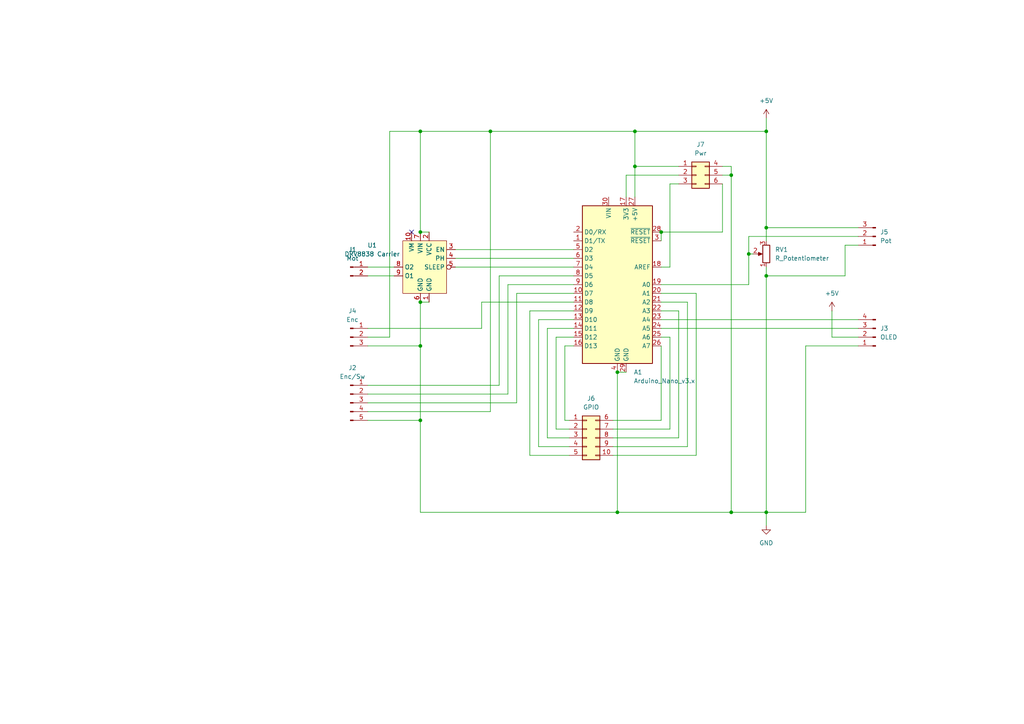
<source format=kicad_sch>
(kicad_sch (version 20231120) (generator "eeschema") (generator_version "8.0")
  (paper "A4")
  (lib_symbols
    (symbol "Connector:Conn_01x02_Pin" (pin_names (offset 1.016) hide)
      (property "Reference" "J" (at 0 2.54 0))
      (property "Value" "Conn_01x02_Pin" (at 0 -5.08 0))
      (symbol "Conn_01x02_Pin_1_1"
        (polyline (pts (xy 1.27 -2.54) (xy 0.8636 -2.54)) (stroke (width 0.1524)))
        (polyline (pts (xy 1.27 0) (xy 0.8636 0)) (stroke (width 0.1524)))
        (rectangle (start 0.8636 -2.413) (end 0 -2.667) (stroke (width 0.1524)) (fill (type outline)))
        (rectangle (start 0.8636 0.127) (end 0 -0.127) (stroke (width 0.1524)) (fill (type outline)))
        (pin passive line (at 5.08 0 180) (length 3.81) (name "Pin_1") (number "1"))
        (pin passive line (at 5.08 -2.54 180) (length 3.81) (name "Pin_2") (number "2"))
      )
    )
    (symbol "Connector:Conn_01x03_Pin" (pin_names (offset 1.016) hide)
      (property "Reference" "J" (at 0 5.08 0))
      (property "Value" "Conn_01x03_Pin" (at 0 -5.08 0))
      (symbol "Conn_01x03_Pin_1_1"
        (polyline (pts (xy 1.27 -2.54) (xy 0.8636 -2.54)) (stroke (width 0.1524)))
        (polyline (pts (xy 1.27 0) (xy 0.8636 0)) (stroke (width 0.1524)))
        (polyline (pts (xy 1.27 2.54) (xy 0.8636 2.54)) (stroke (width 0.1524)))
        (rectangle (start 0.8636 -2.413) (end 0 -2.667) (stroke (width 0.1524)) (fill (type outline)))
        (rectangle (start 0.8636 0.127) (end 0 -0.127) (stroke (width 0.1524)) (fill (type outline)))
        (rectangle (start 0.8636 2.667) (end 0 2.413) (stroke (width 0.1524)) (fill (type outline)))
        (pin passive line (at 5.08 2.54 180) (length 3.81) (name "Pin_1") (number "1"))
        (pin passive line (at 5.08 0 180) (length 3.81) (name "Pin_2") (number "2"))
        (pin passive line (at 5.08 -2.54 180) (length 3.81) (name "Pin_3") (number "3"))
      )
    )
    (symbol "Connector:Conn_01x04_Pin" (pin_names (offset 1.016) hide)
      (property "Reference" "J" (at 0 5.08 0))
      (property "Value" "Conn_01x04_Pin" (at 0 -7.62 0))
      (symbol "Conn_01x04_Pin_1_1"
        (polyline (pts (xy 1.27 -5.08) (xy 0.8636 -5.08)) (stroke (width 0.1524)))
        (polyline (pts (xy 1.27 -2.54) (xy 0.8636 -2.54)) (stroke (width 0.1524)))
        (polyline (pts (xy 1.27 0) (xy 0.8636 0)) (stroke (width 0.1524)))
        (polyline (pts (xy 1.27 2.54) (xy 0.8636 2.54)) (stroke (width 0.1524)))
        (rectangle (start 0.8636 -4.953) (end 0 -5.207) (stroke (width 0.1524)) (fill (type outline)))
        (rectangle (start 0.8636 -2.413) (end 0 -2.667) (stroke (width 0.1524)) (fill (type outline)))
        (rectangle (start 0.8636 0.127) (end 0 -0.127) (stroke (width 0.1524)) (fill (type outline)))
        (rectangle (start 0.8636 2.667) (end 0 2.413) (stroke (width 0.1524)) (fill (type outline)))
        (pin passive line (at 5.08 2.54 180) (length 3.81) (name "Pin_1") (number "1"))
        (pin passive line (at 5.08 0 180) (length 3.81) (name "Pin_2") (number "2"))
        (pin passive line (at 5.08 -2.54 180) (length 3.81) (name "Pin_3") (number "3"))
        (pin passive line (at 5.08 -5.08 180) (length 3.81) (name "Pin_4") (number "4"))
      )
    )
    (symbol "Connector:Conn_01x05_Pin" (pin_names (offset 1.016) hide)
      (property "Reference" "J" (at 0 7.62 0))
      (property "Value" "Conn_01x05_Pin" (at 0 -7.62 0))
      (symbol "Conn_01x05_Pin_1_1"
        (polyline (pts (xy 1.27 -5.08) (xy 0.8636 -5.08)) (stroke (width 0.1524)))
        (polyline (pts (xy 1.27 -2.54) (xy 0.8636 -2.54)) (stroke (width 0.1524)))
        (polyline (pts (xy 1.27 0) (xy 0.8636 0)) (stroke (width 0.1524)))
        (polyline (pts (xy 1.27 2.54) (xy 0.8636 2.54)) (stroke (width 0.1524)))
        (polyline (pts (xy 1.27 5.08) (xy 0.8636 5.08)) (stroke (width 0.1524)))
        (rectangle (start 0.8636 -4.953) (end 0 -5.207) (stroke (width 0.1524)) (fill (type outline)))
        (rectangle (start 0.8636 -2.413) (end 0 -2.667) (stroke (width 0.1524)) (fill (type outline)))
        (rectangle (start 0.8636 0.127) (end 0 -0.127) (stroke (width 0.1524)) (fill (type outline)))
        (rectangle (start 0.8636 2.667) (end 0 2.413) (stroke (width 0.1524)) (fill (type outline)))
        (rectangle (start 0.8636 5.207) (end 0 4.953) (stroke (width 0.1524)) (fill (type outline)))
        (pin passive line (at 5.08 5.08 180) (length 3.81) (name "Pin_1") (number "1"))
        (pin passive line (at 5.08 2.54 180) (length 3.81) (name "Pin_2") (number "2"))
        (pin passive line (at 5.08 0 180) (length 3.81) (name "Pin_3") (number "3"))
        (pin passive line (at 5.08 -2.54 180) (length 3.81) (name "Pin_4") (number "4"))
        (pin passive line (at 5.08 -5.08 180) (length 3.81) (name "Pin_5") (number "5"))
      )
    )
    (symbol "Connector_Generic:Conn_02x03_Top_Bottom" (pin_names (offset 1.016) hide)
      (property "Reference" "J" (at 1.27 5.08 0))
      (property "Value" "Conn_02x03_Top_Bottom" (at 1.27 -5.08 0))
      (symbol "Conn_02x03_Top_Bottom_1_1"
        (rectangle (start -1.27 -2.413) (end 0 -2.667) (stroke (width 0.1524)))
        (rectangle (start -1.27 0.127) (end 0 -0.127) (stroke (width 0.1524)))
        (rectangle (start -1.27 2.667) (end 0 2.413) (stroke (width 0.1524)))
        (rectangle (start -1.27 3.81) (end 3.81 -3.81) (stroke (width 0.254)) (fill (type background)))
        (rectangle (start 3.81 -2.413) (end 2.54 -2.667) (stroke (width 0.1524)))
        (rectangle (start 3.81 0.127) (end 2.54 -0.127) (stroke (width 0.1524)))
        (rectangle (start 3.81 2.667) (end 2.54 2.413) (stroke (width 0.1524)))
        (pin passive line (at -5.08 2.54 0) (length 3.81) (name "Pin_1") (number "1"))
        (pin passive line (at -5.08 0 0) (length 3.81) (name "Pin_2") (number "2"))
        (pin passive line (at -5.08 -2.54 0) (length 3.81) (name "Pin_3") (number "3"))
        (pin passive line (at 7.62 2.54 180) (length 3.81) (name "Pin_4") (number "4"))
        (pin passive line (at 7.62 0 180) (length 3.81) (name "Pin_5") (number "5"))
        (pin passive line (at 7.62 -2.54 180) (length 3.81) (name "Pin_6") (number "6"))
      )
    )
    (symbol "Connector_Generic:Conn_02x05_Top_Bottom" (pin_names (offset 1.016) hide)
      (property "Reference" "J" (at 1.27 7.62 0))
      (property "Value" "Conn_02x05_Top_Bottom" (at 1.27 -7.62 0))
      (symbol "Conn_02x05_Top_Bottom_1_1"
        (rectangle (start -1.27 -4.953) (end 0 -5.207) (stroke (width 0.1524)))
        (rectangle (start -1.27 -2.413) (end 0 -2.667) (stroke (width 0.1524)))
        (rectangle (start -1.27 0.127) (end 0 -0.127) (stroke (width 0.1524)))
        (rectangle (start -1.27 2.667) (end 0 2.413) (stroke (width 0.1524)))
        (rectangle (start -1.27 5.207) (end 0 4.953) (stroke (width 0.1524)))
        (rectangle (start -1.27 6.35) (end 3.81 -6.35) (stroke (width 0.254)) (fill (type background)))
        (rectangle (start 3.81 -4.953) (end 2.54 -5.207) (stroke (width 0.1524)))
        (rectangle (start 3.81 -2.413) (end 2.54 -2.667) (stroke (width 0.1524)))
        (rectangle (start 3.81 0.127) (end 2.54 -0.127) (stroke (width 0.1524)))
        (rectangle (start 3.81 2.667) (end 2.54 2.413) (stroke (width 0.1524)))
        (rectangle (start 3.81 5.207) (end 2.54 4.953) (stroke (width 0.1524)))
        (pin passive line (at -5.08 5.08 0) (length 3.81) (name "Pin_1") (number "1"))
        (pin passive line (at 7.62 -5.08 180) (length 3.81) (name "Pin_10") (number "10"))
        (pin passive line (at -5.08 2.54 0) (length 3.81) (name "Pin_2") (number "2"))
        (pin passive line (at -5.08 0 0) (length 3.81) (name "Pin_3") (number "3"))
        (pin passive line (at -5.08 -2.54 0) (length 3.81) (name "Pin_4") (number "4"))
        (pin passive line (at -5.08 -5.08 0) (length 3.81) (name "Pin_5") (number "5"))
        (pin passive line (at 7.62 5.08 180) (length 3.81) (name "Pin_6") (number "6"))
        (pin passive line (at 7.62 2.54 180) (length 3.81) (name "Pin_7") (number "7"))
        (pin passive line (at 7.62 0 180) (length 3.81) (name "Pin_8") (number "8"))
        (pin passive line (at 7.62 -2.54 180) (length 3.81) (name "Pin_9") (number "9"))
      )
    )
    (symbol "Device:R_Potentiometer" (pin_names (offset 1.016) hide)
      (property "Reference" "RV" (at -4.445 0 90))
      (property "Value" "R_Potentiometer" (at -2.54 0 90))
      (symbol "R_Potentiometer_0_1"
        (polyline (pts (xy 2.54 0) (xy 1.524 0)))
        (polyline (pts (xy 1.143 0) (xy 2.286 0.508) (xy 2.286 -0.508) (xy 1.143 0)) (fill (type outline)))
        (rectangle (start 1.016 2.54) (end -1.016 -2.54) (stroke (width 0.254)))
      )
      (symbol "R_Potentiometer_1_1"
        (pin passive line (at 0 3.81 270) (length 1.27) (name "1") (number "1"))
        (pin passive line (at 3.81 0 180) (length 1.27) (name "2") (number "2"))
        (pin passive line (at 0 -3.81 90) (length 1.27) (name "3") (number "3"))
      )
    )
    (symbol "MCU_Module:Arduino_Nano_v3.x"
      (property "Reference" "A" (at -10.16 23.495 0))
      (property "Value" "Arduino_Nano_v3.x" (at 5.08 -24.13 0))
      (symbol "Arduino_Nano_v3.x_0_1"
        (rectangle (start -10.16 22.86) (end 10.16 -22.86) (stroke (width 0.254)) (fill (type background)))
      )
      (symbol "Arduino_Nano_v3.x_1_1"
        (pin bidirectional line (at -12.7 12.7 0) (length 2.54) (name "D1/TX") (number "1"))
        (pin bidirectional line (at -12.7 -2.54 0) (length 2.54) (name "D7") (number "10"))
        (pin bidirectional line (at -12.7 -5.08 0) (length 2.54) (name "D8") (number "11"))
        (pin bidirectional line (at -12.7 -7.62 0) (length 2.54) (name "D9") (number "12"))
        (pin bidirectional line (at -12.7 -10.16 0) (length 2.54) (name "D10") (number "13"))
        (pin bidirectional line (at -12.7 -12.7 0) (length 2.54) (name "D11") (number "14"))
        (pin bidirectional line (at -12.7 -15.24 0) (length 2.54) (name "D12") (number "15"))
        (pin bidirectional line (at -12.7 -17.78 0) (length 2.54) (name "D13") (number "16"))
        (pin power_out line (at 2.54 25.4 270) (length 2.54) (name "3V3") (number "17"))
        (pin input line (at 12.7 5.08 180) (length 2.54) (name "AREF") (number "18"))
        (pin bidirectional line (at 12.7 0 180) (length 2.54) (name "A0") (number "19"))
        (pin bidirectional line (at -12.7 15.24 0) (length 2.54) (name "D0/RX") (number "2"))
        (pin bidirectional line (at 12.7 -2.54 180) (length 2.54) (name "A1") (number "20"))
        (pin bidirectional line (at 12.7 -5.08 180) (length 2.54) (name "A2") (number "21"))
        (pin bidirectional line (at 12.7 -7.62 180) (length 2.54) (name "A3") (number "22"))
        (pin bidirectional line (at 12.7 -10.16 180) (length 2.54) (name "A4") (number "23"))
        (pin bidirectional line (at 12.7 -12.7 180) (length 2.54) (name "A5") (number "24"))
        (pin bidirectional line (at 12.7 -15.24 180) (length 2.54) (name "A6") (number "25"))
        (pin bidirectional line (at 12.7 -17.78 180) (length 2.54) (name "A7") (number "26"))
        (pin power_out line (at 5.08 25.4 270) (length 2.54) (name "+5V") (number "27"))
        (pin input line (at 12.7 15.24 180) (length 2.54) (name "~{RESET}") (number "28"))
        (pin power_in line (at 2.54 -25.4 90) (length 2.54) (name "GND") (number "29"))
        (pin input line (at 12.7 12.7 180) (length 2.54) (name "~{RESET}") (number "3"))
        (pin power_in line (at -2.54 25.4 270) (length 2.54) (name "VIN") (number "30"))
        (pin power_in line (at 0 -25.4 90) (length 2.54) (name "GND") (number "4"))
        (pin bidirectional line (at -12.7 10.16 0) (length 2.54) (name "D2") (number "5"))
        (pin bidirectional line (at -12.7 7.62 0) (length 2.54) (name "D3") (number "6"))
        (pin bidirectional line (at -12.7 5.08 0) (length 2.54) (name "D4") (number "7"))
        (pin bidirectional line (at -12.7 2.54 0) (length 2.54) (name "D5") (number "8"))
        (pin bidirectional line (at -12.7 0 0) (length 2.54) (name "D6") (number "9"))
      )
    )
    (symbol "Motor_driver:DRV8838_Carrier"
      (property "Reference" "U" (at 0.762 16.51 0))
      (property "Value" "DRV8838 Carrier" (at 16.51 -1.27 0))
      (symbol "DRV8838_Carrier_1_1"
        (rectangle (start 0 15.24) (end 12.7 0) (fill (type background)))
        (pin power_in line (at 5.08 -2.54 90) (length 2.54) (name "GND") (number "1"))
        (pin power_in line (at 10.16 17.78 270) (length 2.54) (name "VM") (number "10"))
        (pin power_in line (at 5.08 17.78 270) (length 2.54) (name "VCC") (number "2"))
        (pin input line (at -2.54 12.7 0) (length 2.54) (name "EN") (number "3"))
        (pin input line (at -2.54 10.16 0) (length 2.54) (name "PH") (number "4"))
        (pin input inverted (at -2.54 7.62 0) (length 2.54) (name "SLEEP") (number "5"))
        (pin power_in line (at 7.62 -2.54 90) (length 2.54) (name "GND") (number "6"))
        (pin power_in line (at 7.62 17.78 270) (length 2.54) (name "VIN") (number "7"))
        (pin output line (at 15.24 7.62 180) (length 2.54) (name "O2") (number "8"))
        (pin output line (at 15.24 5.08 180) (length 2.54) (name "O1") (number "9"))
      )
    )
    (symbol "power:+5V" (power) (pin_numbers hide) (pin_names (offset 0) hide)
      (property "Value" "+5V" (at 0 3.556 0))
      (symbol "+5V_0_1"
        (polyline (pts (xy -0.762 1.27) (xy 0 2.54)))
        (polyline (pts (xy 0 0) (xy 0 2.54)))
        (polyline (pts (xy 0 2.54) (xy 0.762 1.27)))
      )
      (symbol "+5V_1_1"
        (pin power_in line (at 0 0 90) (length 0) (name "~") (number "1"))
      )
    )
    (symbol "power:GND" (power) (pin_numbers hide) (pin_names (offset 0) hide)
      (property "Value" "GND" (at 0 -3.81 0))
      (symbol "GND_0_1"
        (polyline (pts (xy 0 0) (xy 0 -1.27) (xy 1.27 -1.27) (xy 0 -2.54) (xy -1.27 -1.27) (xy 0 -1.27)))
      )
      (symbol "GND_1_1"
        (pin power_in line (at 0 0 270) (length 0) (name "~") (number "1"))
      )
    )
  )
  (junction (at 212.09 148.59))
  (junction (at 179.07 107.95))
  (junction (at 121.92 121.92))
  (junction (at 184.15 48.26))
  (junction (at 184.15 38.1))
  (junction (at 121.92 100.33))
  (junction (at 217.17 73.66))
  (junction (at 222.25 80.01))
  (junction (at 121.92 87.63))
  (junction (at 191.77 67.31))
  (junction (at 142.24 38.1))
  (junction (at 222.25 148.59))
  (junction (at 212.09 50.8))
  (junction (at 222.25 66.04))
  (junction (at 222.25 38.1))
  (junction (at 121.92 67.31))
  (junction (at 179.07 148.59))
  (junction (at 121.92 38.1))
  (no_connect (at 119.38 67.31))
  (wire (pts (xy 191.77 100.33) (xy 191.77 121.92)))
  (wire (pts (xy 248.92 100.33) (xy 233.68 100.33)))
  (wire (pts (xy 217.17 73.66) (xy 217.17 82.55)))
  (wire (pts (xy 139.7 87.63) (xy 166.37 87.63)))
  (wire (pts (xy 106.68 100.33) (xy 121.92 100.33)))
  (wire (pts (xy 222.25 80.01) (xy 245.11 80.01)))
  (wire (pts (xy 166.37 95.25) (xy 158.75 95.25)))
  (wire (pts (xy 163.83 121.92) (xy 165.1 121.92)))
  (wire (pts (xy 217.17 73.66) (xy 218.44 73.66)))
  (wire (pts (xy 184.15 48.26) (xy 196.85 48.26)))
  (wire (pts (xy 212.09 148.59) (xy 222.25 148.59)))
  (wire (pts (xy 217.17 82.55) (xy 191.77 82.55)))
  (wire (pts (xy 106.68 80.01) (xy 114.3 80.01)))
  (wire (pts (xy 191.77 95.25) (xy 248.92 95.25)))
  (wire (pts (xy 196.85 127) (xy 177.8 127)))
  (wire (pts (xy 212.09 48.26) (xy 212.09 50.8)))
  (wire (pts (xy 161.29 97.79) (xy 161.29 124.46)))
  (wire (pts (xy 106.68 116.84) (xy 149.86 116.84)))
  (wire (pts (xy 248.92 97.79) (xy 241.3 97.79)))
  (wire (pts (xy 132.08 72.39) (xy 166.37 72.39)))
  (wire (pts (xy 209.55 53.34) (xy 209.55 67.31)))
  (wire (pts (xy 106.68 111.76) (xy 144.78 111.76)))
  (wire (pts (xy 222.25 66.04) (xy 222.25 69.85)))
  (wire (pts (xy 142.24 38.1) (xy 184.15 38.1)))
  (wire (pts (xy 233.68 100.33) (xy 233.68 148.59)))
  (wire (pts (xy 153.67 90.17) (xy 153.67 132.08)))
  (wire (pts (xy 209.55 48.26) (xy 212.09 48.26)))
  (wire (pts (xy 121.92 38.1) (xy 142.24 38.1)))
  (wire (pts (xy 121.92 100.33) (xy 121.92 87.63)))
  (wire (pts (xy 121.92 67.31) (xy 124.46 67.31)))
  (wire (pts (xy 194.31 124.46) (xy 177.8 124.46)))
  (wire (pts (xy 222.25 148.59) (xy 222.25 152.4)))
  (wire (pts (xy 191.77 90.17) (xy 196.85 90.17)))
  (wire (pts (xy 199.39 129.54) (xy 177.8 129.54)))
  (wire (pts (xy 144.78 111.76) (xy 144.78 80.01)))
  (wire (pts (xy 184.15 38.1) (xy 222.25 38.1)))
  (wire (pts (xy 179.07 107.95) (xy 179.07 148.59)))
  (wire (pts (xy 149.86 85.09) (xy 166.37 85.09)))
  (wire (pts (xy 191.77 87.63) (xy 199.39 87.63)))
  (wire (pts (xy 156.21 92.71) (xy 156.21 129.54)))
  (wire (pts (xy 147.32 82.55) (xy 166.37 82.55)))
  (wire (pts (xy 199.39 87.63) (xy 199.39 129.54)))
  (wire (pts (xy 245.11 80.01) (xy 245.11 71.12)))
  (wire (pts (xy 196.85 50.8) (xy 181.61 50.8)))
  (wire (pts (xy 233.68 148.59) (xy 222.25 148.59)))
  (wire (pts (xy 121.92 38.1) (xy 121.92 67.31)))
  (wire (pts (xy 163.83 100.33) (xy 163.83 121.92)))
  (wire (pts (xy 121.92 148.59) (xy 179.07 148.59)))
  (wire (pts (xy 245.11 71.12) (xy 248.92 71.12)))
  (wire (pts (xy 113.03 97.79) (xy 113.03 38.1)))
  (wire (pts (xy 156.21 129.54) (xy 165.1 129.54)))
  (wire (pts (xy 209.55 67.31) (xy 191.77 67.31)))
  (wire (pts (xy 222.25 77.47) (xy 222.25 80.01)))
  (wire (pts (xy 161.29 124.46) (xy 165.1 124.46)))
  (wire (pts (xy 217.17 68.58) (xy 217.17 73.66)))
  (wire (pts (xy 132.08 74.93) (xy 166.37 74.93)))
  (wire (pts (xy 166.37 90.17) (xy 153.67 90.17)))
  (wire (pts (xy 209.55 50.8) (xy 212.09 50.8)))
  (wire (pts (xy 106.68 97.79) (xy 113.03 97.79)))
  (wire (pts (xy 106.68 121.92) (xy 121.92 121.92)))
  (wire (pts (xy 132.08 77.47) (xy 166.37 77.47)))
  (wire (pts (xy 191.77 67.31) (xy 191.77 69.85)))
  (wire (pts (xy 201.93 132.08) (xy 177.8 132.08)))
  (wire (pts (xy 106.68 77.47) (xy 114.3 77.47)))
  (wire (pts (xy 166.37 97.79) (xy 161.29 97.79)))
  (wire (pts (xy 179.07 107.95) (xy 181.61 107.95)))
  (wire (pts (xy 184.15 48.26) (xy 184.15 57.15)))
  (wire (pts (xy 147.32 114.3) (xy 147.32 82.55)))
  (wire (pts (xy 191.77 121.92) (xy 177.8 121.92)))
  (wire (pts (xy 194.31 53.34) (xy 196.85 53.34)))
  (wire (pts (xy 106.68 114.3) (xy 147.32 114.3)))
  (wire (pts (xy 179.07 148.59) (xy 212.09 148.59)))
  (wire (pts (xy 113.03 38.1) (xy 121.92 38.1)))
  (wire (pts (xy 196.85 90.17) (xy 196.85 127)))
  (wire (pts (xy 222.25 80.01) (xy 222.25 148.59)))
  (wire (pts (xy 201.93 85.09) (xy 201.93 132.08)))
  (wire (pts (xy 106.68 119.38) (xy 142.24 119.38)))
  (wire (pts (xy 212.09 50.8) (xy 212.09 148.59)))
  (wire (pts (xy 166.37 100.33) (xy 163.83 100.33)))
  (wire (pts (xy 184.15 38.1) (xy 184.15 48.26)))
  (wire (pts (xy 222.25 34.29) (xy 222.25 38.1)))
  (wire (pts (xy 194.31 77.47) (xy 194.31 53.34)))
  (wire (pts (xy 191.77 97.79) (xy 194.31 97.79)))
  (wire (pts (xy 153.67 132.08) (xy 165.1 132.08)))
  (wire (pts (xy 121.92 148.59) (xy 121.92 121.92)))
  (wire (pts (xy 149.86 116.84) (xy 149.86 85.09)))
  (wire (pts (xy 166.37 92.71) (xy 156.21 92.71)))
  (wire (pts (xy 191.77 92.71) (xy 248.92 92.71)))
  (wire (pts (xy 191.77 77.47) (xy 194.31 77.47)))
  (wire (pts (xy 121.92 121.92) (xy 121.92 100.33)))
  (wire (pts (xy 181.61 50.8) (xy 181.61 57.15)))
  (wire (pts (xy 121.92 87.63) (xy 124.46 87.63)))
  (wire (pts (xy 158.75 127) (xy 165.1 127)))
  (wire (pts (xy 248.92 68.58) (xy 217.17 68.58)))
  (wire (pts (xy 191.77 85.09) (xy 201.93 85.09)))
  (wire (pts (xy 142.24 38.1) (xy 142.24 119.38)))
  (wire (pts (xy 144.78 80.01) (xy 166.37 80.01)))
  (wire (pts (xy 241.3 90.17) (xy 241.3 97.79)))
  (wire (pts (xy 158.75 95.25) (xy 158.75 127)))
  (wire (pts (xy 222.25 38.1) (xy 222.25 66.04)))
  (wire (pts (xy 194.31 97.79) (xy 194.31 124.46)))
  (wire (pts (xy 139.7 95.25) (xy 139.7 87.63)))
  (wire (pts (xy 222.25 66.04) (xy 248.92 66.04)))
  (wire (pts (xy 106.68 95.25) (xy 139.7 95.25)))
  (symbol (lib_id "Connector:Conn_01x05_Pin") (at 101.6 116.84 0) (unit 1)
    (property "Reference" "J2" (at 102.235 106.68 0))
    (property "Value" "Enc/Sw" (at 102.235 109.22 0))
    (property "Footprint" "Connector_JST:JST_PH_S5B-PH-K_1x05_P2.00mm_Horizontal" (effects (hide yes)))
    (property "Description" "Generic connector, single row, 01x05, script generated" (effects (hide yes)))
  )
  (symbol (lib_id "Connector:Conn_01x03_Pin") (at 254 68.58 180) (unit 1)
    (property "Reference" "J5" (at 255.27 67.3099 0) (effects (justify right)))
    (property "Value" "Pot" (at 255.27 69.8499 0) (effects (justify right)))
    (property "Footprint" "Connector_JST:JST_PH_S3B-PH-K_1x03_P2.00mm_Horizontal" (effects (hide yes)))
    (property "Description" "Generic connector, single row, 01x03, script generated" (effects (hide yes)))
  )
  (symbol (lib_id "power:GND") (at 222.25 152.4 0) (unit 1)
    (property "Reference" "#PWR02" (effects (hide yes)))
    (property "Value" "GND" (at 222.25 157.48 0))
    (property "Description" "Power symbol creates a global label with name \"GND\" , ground" (effects (hide yes)))
  )
  (symbol (lib_id "Connector:Conn_01x02_Pin") (at 101.6 77.47 0) (unit 1)
    (property "Reference" "J1" (at 102.235 72.39 0))
    (property "Value" "Mot" (at 102.235 74.93 0))
    (property "Footprint" "Connector_JST:JST_PH_S2B-PH-K_1x02_P2.00mm_Horizontal" (effects (hide yes)))
    (property "Description" "Generic connector, single row, 01x02, script generated" (effects (hide yes)))
  )
  (symbol (lib_id "Device:R_Potentiometer") (at 222.25 73.66 180) (unit 1)
    (property "Reference" "RV1" (at 224.79 72.3899 0) (effects (justify right)))
    (property "Value" "R_Potentiometer" (at 224.79 74.9299 0) (effects (justify right)))
    (property "Footprint" "Potentiometer_THT:Potentiometer_Alps_RK163_Single_Horizontal" (effects (hide yes)))
    (property "Description" "Potentiometer" (effects (hide yes)))
  )
  (symbol (lib_id "Connector:Conn_01x03_Pin") (at 101.6 97.79 0) (unit 1)
    (property "Reference" "J4" (at 102.235 90.17 0))
    (property "Value" "Enc" (at 102.235 92.71 0))
    (property "Footprint" "Connector_JST:JST_PH_S3B-PH-K_1x03_P2.00mm_Horizontal" (effects (hide yes)))
    (property "Description" "Generic connector, single row, 01x03, script generated" (effects (hide yes)))
  )
  (symbol (lib_id "Connector:Conn_01x04_Pin") (at 254 97.79 180) (unit 1)
    (property "Reference" "J3" (at 255.27 95.2499 0) (effects (justify right)))
    (property "Value" "OLED" (at 255.27 97.7899 0) (effects (justify right)))
    (property "Footprint" "Connector_JST:JST_PH_S4B-PH-K_1x04_P2.00mm_Horizontal" (effects (hide yes)))
    (property "Description" "Generic connector, single row, 01x04, script generated" (effects (hide yes)))
  )
  (symbol (lib_id "Connector_Generic:Conn_02x03_Top_Bottom") (at 201.93 50.8 0) (unit 1)
    (property "Reference" "J7" (at 203.2 41.91 0))
    (property "Value" "Pwr" (at 203.2 44.45 0))
    (property "Footprint" "Connector_PinHeader_2.54mm:PinHeader_2x03_P2.54mm_Vertical" (effects (hide yes)))
    (property "Description" "Generic connector, double row, 02x03, top/bottom pin numbering scheme (row 1: 1...pins_per_row, row2: pins_per_row+1 ... num_pins), script generated (kicad-library-utils/schlib/autogen/connector/)" (effects (hide yes)))
  )
  (symbol (lib_id "Motor_driver:DRV8838_Carrier") (at 129.54 85.09 0) (mirror y) (unit 1)
    (property "Reference" "U1" (at 107.95 71.1514 0))
    (property "Value" "DRV8838 Carrier" (at 107.95 73.6914 0))
    (property "Footprint" "Motor_drivers:DRV8838 Carrier" (effects (hide yes)))
  )
  (symbol (lib_id "power:+5V") (at 222.25 34.29 0) (unit 1)
    (property "Reference" "#PWR01" (effects (hide yes)))
    (property "Value" "+5V" (at 222.25 29.21 0))
    (property "Description" "Power symbol creates a global label with name \"+5V\"" (effects (hide yes)))
  )
  (symbol (lib_id "Connector_Generic:Conn_02x05_Top_Bottom") (at 170.18 127 0) (unit 1)
    (property "Reference" "J6" (at 171.45 115.57 0))
    (property "Value" "GPIO" (at 171.45 118.11 0))
    (property "Footprint" "Connector_PinHeader_2.54mm:PinHeader_2x05_P2.54mm_Vertical" (effects (hide yes)))
    (property "Description" "Generic connector, double row, 02x05, top/bottom pin numbering scheme (row 1: 1...pins_per_row, row2: pins_per_row+1 ... num_pins), script generated (kicad-library-utils/schlib/autogen/connector/)" (effects (hide yes)))
  )
  (symbol (lib_id "MCU_Module:Arduino_Nano_v3.x") (at 179.07 82.55 0) (unit 1)
    (property "Reference" "A1" (at 183.8041 107.95 0) (effects (justify left)))
    (property "Value" "Arduino_Nano_v3.x" (at 183.8041 110.49 0) (effects (justify left)))
    (property "Footprint" "Module:Arduino_Nano" (effects (hide yes)))
    (property "Datasheet" "http://www.mouser.com/pdfdocs/Gravitech_Arduino_Nano3_0.pdf" (effects (hide yes)))
    (property "Description" "Arduino Nano v3.x" (effects (hide yes)))
  )
  (symbol (lib_id "power:+5V") (at 241.3 90.17 0) (unit 1)
    (property "Reference" "#PWR03" (effects (hide yes)))
    (property "Value" "+5V" (at 241.3 85.09 0))
    (property "Description" "Power symbol creates a global label with name \"+5V\"" (effects (hide yes)))
  )
)
</source>
